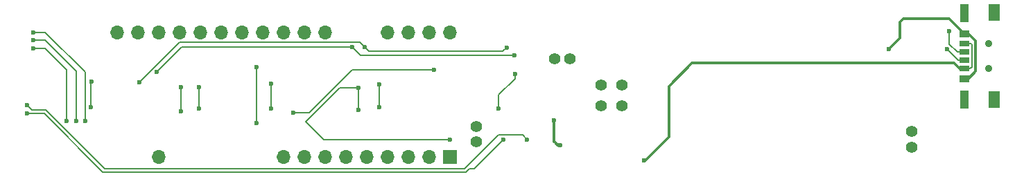
<source format=gbr>
%TF.GenerationSoftware,KiCad,Pcbnew,9.0.3*%
%TF.CreationDate,2025-07-16T22:21:56-04:00*%
%TF.ProjectId,ADBv2,41444276-322e-46b6-9963-61645f706362,rev?*%
%TF.SameCoordinates,Original*%
%TF.FileFunction,Copper,L2,Bot*%
%TF.FilePolarity,Positive*%
%FSLAX46Y46*%
G04 Gerber Fmt 4.6, Leading zero omitted, Abs format (unit mm)*
G04 Created by KiCad (PCBNEW 9.0.3) date 2025-07-16 22:21:56*
%MOMM*%
%LPD*%
G01*
G04 APERTURE LIST*
%TA.AperFunction,ComponentPad*%
%ADD10O,1.700000X1.700000*%
%TD*%
%TA.AperFunction,ComponentPad*%
%ADD11C,1.400000*%
%TD*%
%TA.AperFunction,ComponentPad*%
%ADD12C,1.397000*%
%TD*%
%TA.AperFunction,ComponentPad*%
%ADD13C,0.900000*%
%TD*%
%TA.AperFunction,ComponentPad*%
%ADD14R,1.700000X1.700000*%
%TD*%
%TA.AperFunction,SMDPad,CuDef*%
%ADD15R,1.400000X2.000000*%
%TD*%
%TA.AperFunction,SMDPad,CuDef*%
%ADD16R,1.000000X2.200000*%
%TD*%
%TA.AperFunction,SMDPad,CuDef*%
%ADD17R,1.300000X0.700000*%
%TD*%
%TA.AperFunction,SMDPad,CuDef*%
%ADD18R,1.300000X0.800000*%
%TD*%
%TA.AperFunction,SMDPad,CuDef*%
%ADD19R,1.300000X0.900000*%
%TD*%
%TA.AperFunction,ViaPad*%
%ADD20C,0.600000*%
%TD*%
%TA.AperFunction,Conductor*%
%ADD21C,0.200000*%
%TD*%
%TA.AperFunction,Conductor*%
%ADD22C,0.300000*%
%TD*%
G04 APERTURE END LIST*
D10*
%TO.P,J2,1,R2*%
%TO.N,Net-(J2-R2)*%
X165100000Y-99000000D03*
%TO.P,J2,2,R1*%
%TO.N,Net-(J2-R1)*%
X162560000Y-99000000D03*
%TO.P,J2,3,OPTION*%
%TO.N,Net-(J2-OPTION)*%
X160020001Y-99000000D03*
%TO.P,J2,4,COMMAND*%
%TO.N,Net-(J2-COMMAND)*%
X157480000Y-99000000D03*
%TO.P,J2,7,R4*%
%TO.N,Net-(J2-R4)*%
X149860000Y-99000000D03*
%TO.P,J2,8,R5*%
%TO.N,Net-(J2-R5)*%
X147319999Y-99000000D03*
%TO.P,J2,9,R6*%
%TO.N,Net-(J2-R6)*%
X144780000Y-99000000D03*
%TO.P,J2,10,R7*%
%TO.N,Net-(J2-R7)*%
X142240000Y-99000000D03*
%TO.P,J2,11,R0*%
%TO.N,Net-(J2-R0)*%
X139700000Y-99000000D03*
%TO.P,J2,12,R8*%
%TO.N,Net-(J2-R8)*%
X137160001Y-99000000D03*
%TO.P,J2,13,R3*%
%TO.N,Net-(J2-R3)*%
X134620000Y-99000000D03*
%TO.P,J2,14,R9*%
%TO.N,Net-(J2-R9)*%
X132080000Y-99000000D03*
%TO.P,J2,15,POWER*%
%TO.N,Net-(J2-POWER)*%
X129540000Y-99000000D03*
%TO.P,J2,16,CONTROL*%
%TO.N,Net-(J2-CONTROL)*%
X127000001Y-99000000D03*
%TO.P,J2,17,SHIFT*%
%TO.N,Net-(J2-SHIFT)*%
X124459999Y-99000000D03*
%TD*%
D11*
%TO.P,J4,1,Pin_1*%
%TO.N,Net-(J4-Pin_1)*%
X221520000Y-111130000D03*
%TO.P,J4,2,Pin_2*%
%TO.N,Net-(J4-Pin_2)*%
X221520000Y-113130000D03*
%TD*%
D12*
%TO.P,XIAO1,15,A31_SWDIO*%
%TO.N,unconnected-(XIAO1-A31_SWDIO-Pad15)*%
X186143400Y-105455000D03*
%TO.P,XIAO1,16,A30_SWCLK*%
%TO.N,unconnected-(XIAO1-A30_SWCLK-Pad16)*%
X186143400Y-107995000D03*
%TO.P,XIAO1,17,RESET*%
%TO.N,unconnected-(XIAO1-RESET-Pad17)*%
X183603400Y-105454999D03*
%TO.P,XIAO1,18,GND*%
%TO.N,unconnected-(XIAO1-GND-Pad18)*%
X183603400Y-107995001D03*
%TO.P,XIAO1,19,BAT*%
%TO.N,Net-(J4-Pin_1)*%
X177888400Y-102280000D03*
%TO.P,XIAO1,20,GND*%
%TO.N,Net-(R5-Pad2)*%
X179793400Y-102280000D03*
%TO.P,XIAO1,21,NFC1/0.09_H*%
%TO.N,unconnected-(XIAO1-NFC1{slash}0.09_H-Pad21)*%
X168363400Y-110535000D03*
%TO.P,XIAO1,22,NFC2/0.10_H*%
%TO.N,unconnected-(XIAO1-NFC2{slash}0.10_H-Pad22)*%
X168363400Y-112440000D03*
%TD*%
D13*
%TO.P,SW1,*%
%TO.N,*%
X230920000Y-103420000D03*
X230920000Y-100420000D03*
%TD*%
D14*
%TO.P,J3,1,GROUND*%
%TO.N,GND*%
X165100000Y-114300000D03*
D10*
%TO.P,J3,2,C0*%
%TO.N,Net-(J3-C0)*%
X162560000Y-114300000D03*
%TO.P,J3,3,C1*%
%TO.N,Net-(J3-C1)*%
X160020001Y-114300000D03*
%TO.P,J3,4,C2*%
%TO.N,Net-(J3-C2)*%
X157480000Y-114300000D03*
%TO.P,J3,5,C3*%
%TO.N,Net-(J3-C3)*%
X154940000Y-114300000D03*
%TO.P,J3,6,C4*%
%TO.N,Net-(J3-C4)*%
X152400000Y-114300000D03*
%TO.P,J3,7,C5*%
%TO.N,Net-(J3-C5)*%
X149860000Y-114300000D03*
%TO.P,J3,8,C6*%
%TO.N,Net-(J3-C6)*%
X147319999Y-114300000D03*
%TO.P,J3,9,C7*%
%TO.N,Net-(J3-C7)*%
X144780000Y-114300000D03*
%TO.P,J3,15,CAPSLOCK*%
%TO.N,Net-(J3-CAPSLOCK)*%
X129540000Y-114300000D03*
%TD*%
D15*
%TO.P,USB1,7,EH*%
%TO.N,unconnected-(USB1-EH-Pad7)*%
X231570000Y-96620000D03*
D16*
X227980000Y-96670000D03*
X227980000Y-107210000D03*
D15*
X231570000Y-107260000D03*
D17*
%TO.P,USB1,A5,CC1*%
%TO.N,Net-(USB1-CC1)*%
X227930000Y-101440000D03*
D18*
%TO.P,USB1,A9,VBUS*%
%TO.N,Net-(XIAO1-5V)*%
X227930000Y-103460000D03*
D19*
%TO.P,USB1,A12,GND*%
%TO.N,Net-(R5-Pad2)*%
X227930000Y-104690000D03*
D17*
%TO.P,USB1,B5,CC2*%
%TO.N,Net-(USB1-CC2)*%
X227930000Y-102440000D03*
D18*
%TO.P,USB1,B9,VBUS*%
%TO.N,Net-(XIAO1-5V)*%
X227930000Y-100420000D03*
D19*
%TO.P,USB1,B12,GND*%
%TO.N,Net-(R5-Pad2)*%
X227930000Y-99190000D03*
%TD*%
D20*
%TO.N,GND*%
X153924000Y-108483400D03*
X153924000Y-105841800D03*
X165100000Y-112141000D03*
X132232400Y-105740200D03*
X132232400Y-108686600D03*
%TO.N,VCC*%
X134480000Y-108340000D03*
X121320000Y-105080000D03*
X143256000Y-108305600D03*
X143270000Y-105280000D03*
X177830000Y-109790000D03*
X156514800Y-108190000D03*
X121300000Y-108200000D03*
X134493000Y-105714800D03*
X178610000Y-112830000D03*
X156514800Y-105410000D03*
%TO.N,MOSI*%
X113470000Y-107950000D03*
X174540000Y-112120000D03*
%TO.N,SCK*%
X113450000Y-108960000D03*
X171620000Y-112150000D03*
%TO.N,Net-(J2-R7)*%
X141478000Y-110083600D03*
X141478000Y-103276400D03*
%TO.N,Net-(U1-SDA)*%
X172975000Y-101825000D03*
X129286000Y-103886000D03*
X153162000Y-100838000D03*
%TO.N,Net-(U1-SCK)*%
X154686000Y-100838000D03*
X172025000Y-100900000D03*
X127203200Y-105105200D03*
%TO.N,Net-(U2-GPA1)*%
X114200000Y-100000000D03*
X119500000Y-109900000D03*
%TO.N,Net-(U2-GPA2)*%
X118300000Y-109900000D03*
X114200000Y-101000000D03*
%TO.N,Net-(U2-GPA0)*%
X120600000Y-109900000D03*
X114200000Y-99000000D03*
%TO.N,Net-(USB1-CC2)*%
X225814516Y-101073046D03*
%TO.N,Net-(R5-Pad2)*%
X218680000Y-101100000D03*
%TO.N,Net-(USB1-CC1)*%
X226120000Y-98870000D03*
%TO.N,Net-(U1-INTA)*%
X171080000Y-108370000D03*
X173067540Y-104127391D03*
%TO.N,Net-(U2-INTA)*%
X163150000Y-103590000D03*
X146000000Y-108890000D03*
%TO.N,Net-(XIAO1-5V)*%
X188860000Y-114730000D03*
%TD*%
D21*
%TO.N,GND*%
X147523200Y-109982000D02*
X151663400Y-105841800D01*
X165100000Y-112141000D02*
X149682200Y-112141000D01*
X151663400Y-105841800D02*
X153924000Y-105841800D01*
X153924000Y-105841800D02*
X153924000Y-105892600D01*
X132232400Y-108686600D02*
X132232400Y-105740200D01*
X153924000Y-108483400D02*
X153924000Y-105841800D01*
X149682200Y-112141000D02*
X147523200Y-109982000D01*
X132232400Y-105740200D02*
X132232400Y-105892600D01*
%TO.N,VCC*%
X143281400Y-108305600D02*
X143256000Y-108305600D01*
X134493000Y-108327000D02*
X134480000Y-108340000D01*
X156514800Y-105410000D02*
X156514800Y-108190000D01*
X143256000Y-105294000D02*
X143270000Y-105280000D01*
X143256000Y-106603800D02*
X143256000Y-105294000D01*
X121300000Y-105060000D02*
X121320000Y-105080000D01*
X134493000Y-105714800D02*
X134493000Y-108327000D01*
X121300000Y-108200000D02*
X121296000Y-108204000D01*
X143270000Y-105280000D02*
X143256000Y-105266000D01*
X121300000Y-105100000D02*
X121300000Y-108200000D01*
D22*
X177830000Y-112390000D02*
X177960000Y-112520000D01*
X178280000Y-112840000D02*
X178610000Y-112830000D01*
X177960000Y-112520000D02*
X178280000Y-112840000D01*
D21*
X143256000Y-108280200D02*
X143256000Y-108280200D01*
X121320000Y-105080000D02*
X121300000Y-105100000D01*
X143281400Y-108305600D02*
X143281400Y-108305600D01*
D22*
X177830000Y-109790000D02*
X177830000Y-112390000D01*
X178610000Y-112830000D02*
X178610000Y-112840000D01*
D21*
X143256000Y-108280200D02*
X143256000Y-106603800D01*
X143256000Y-108305600D02*
X143256000Y-108280200D01*
%TO.N,MOSI*%
X171080000Y-111550000D02*
X166916949Y-115713051D01*
X115740000Y-108530000D02*
X114050000Y-108530000D01*
X122923051Y-115713051D02*
X115740000Y-108530000D01*
X166916949Y-115713051D02*
X122923051Y-115713051D01*
X113470000Y-107950000D02*
X113480000Y-107960000D01*
X174540000Y-112120000D02*
X173970000Y-111550000D01*
X173970000Y-111550000D02*
X171080000Y-111550000D01*
X114050000Y-108530000D02*
X113470000Y-107950000D01*
%TO.N,SCK*%
X113450000Y-108960000D02*
X113450000Y-108920000D01*
X167530000Y-115680000D02*
X167096949Y-116113051D01*
X115560000Y-108960000D02*
X113490000Y-108960000D01*
X113450000Y-108920000D02*
X113490000Y-108960000D01*
X167096949Y-116113051D02*
X122713051Y-116113051D01*
X113490000Y-108960000D02*
X113450000Y-108960000D01*
X171620000Y-112150000D02*
X168090000Y-115680000D01*
X168090000Y-115680000D02*
X167530000Y-115680000D01*
X122713051Y-116113051D02*
X115560000Y-108960000D01*
%TO.N,Net-(J2-R7)*%
X141478000Y-110083600D02*
X141478000Y-103276400D01*
%TO.N,Net-(U1-SDA)*%
X154178000Y-101854000D02*
X172946000Y-101854000D01*
X172946000Y-101854000D02*
X172975000Y-101825000D01*
X129286000Y-103886000D02*
X129286000Y-103870929D01*
X129286000Y-103870929D02*
X132318929Y-100838000D01*
X153162000Y-100838000D02*
X154178000Y-101854000D01*
X132318929Y-100838000D02*
X153162000Y-100838000D01*
%TO.N,Net-(U1-SCK)*%
X155194000Y-101346000D02*
X171579000Y-101346000D01*
X171579000Y-101346000D02*
X172025000Y-100900000D01*
X127203200Y-105105200D02*
X127152400Y-105105200D01*
X154686000Y-100838000D02*
X154086000Y-100238000D01*
X154686000Y-100838000D02*
X155194000Y-101346000D01*
X132070400Y-100238000D02*
X127203200Y-105105200D01*
X154086000Y-100238000D02*
X132070400Y-100238000D01*
%TO.N,Net-(U2-GPA1)*%
X119500000Y-109900000D02*
X119500000Y-103800000D01*
X114200000Y-100000000D02*
X114300000Y-100000000D01*
X115700000Y-100000000D02*
X114200000Y-100000000D01*
X119500000Y-103800000D02*
X115700000Y-100000000D01*
%TO.N,Net-(U2-GPA2)*%
X114200000Y-101000000D02*
X114300000Y-101000000D01*
X118300000Y-103600000D02*
X115700000Y-101000000D01*
X118300000Y-109900000D02*
X118300000Y-103600000D01*
X115700000Y-101000000D02*
X114200000Y-101000000D01*
%TO.N,Net-(U2-GPA0)*%
X120600000Y-103900000D02*
X115700000Y-99000000D01*
X114200000Y-99000000D02*
X114300000Y-99000000D01*
X120600000Y-109900000D02*
X120600000Y-103900000D01*
X115700000Y-99000000D02*
X114200000Y-99000000D01*
%TO.N,Net-(USB1-CC2)*%
X227181470Y-102440000D02*
X227930000Y-102440000D01*
X225814516Y-101073046D02*
X225814516Y-101074516D01*
X225814516Y-101073046D02*
X227181470Y-102440000D01*
D22*
%TO.N,Net-(R5-Pad2)*%
X220070000Y-97790000D02*
X220497000Y-97363000D01*
X229330000Y-100070000D02*
X229330000Y-103800000D01*
X220497000Y-97363000D02*
X226103000Y-97363000D01*
X220070000Y-99710000D02*
X220070000Y-97790000D01*
X228440000Y-104690000D02*
X227930000Y-104690000D01*
X218680000Y-101060000D02*
X218680000Y-101100000D01*
X228450000Y-99190000D02*
X229330000Y-100070000D01*
X226103000Y-97363000D02*
X227930000Y-99190000D01*
X218680000Y-101100000D02*
X220070000Y-99710000D01*
X218680000Y-101100000D02*
X218640000Y-101100000D01*
X229330000Y-103800000D02*
X228440000Y-104690000D01*
X218640000Y-101100000D02*
X218680000Y-101060000D01*
X227930000Y-99190000D02*
X228450000Y-99190000D01*
D21*
%TO.N,Net-(USB1-CC1)*%
X226120000Y-98870000D02*
X226120000Y-100480000D01*
X226120000Y-100480000D02*
X227080000Y-101440000D01*
X227080000Y-101440000D02*
X227930000Y-101440000D01*
X226120000Y-98870000D02*
X226100000Y-98900000D01*
%TO.N,Net-(U1-INTA)*%
X171080000Y-106660000D02*
X171080000Y-108370000D01*
X173067540Y-104672460D02*
X171080000Y-106660000D01*
X173067540Y-104127391D02*
X173067540Y-104672460D01*
%TO.N,Net-(U2-INTA)*%
X153200000Y-103590000D02*
X163150000Y-103590000D01*
X147990000Y-108800000D02*
X153200000Y-103590000D01*
X147900000Y-108890000D02*
X147990000Y-108800000D01*
X146000000Y-108890000D02*
X147900000Y-108890000D01*
D22*
%TO.N,Net-(XIAO1-5V)*%
X188980000Y-114730000D02*
X188860000Y-114730000D01*
X194690000Y-102790000D02*
X191860000Y-105620000D01*
D21*
X228880000Y-100520000D02*
X228880000Y-103230000D01*
X228650000Y-103460000D02*
X227930000Y-103460000D01*
X227930000Y-100420000D02*
X228780000Y-100420000D01*
D22*
X227930000Y-103460000D02*
X227310000Y-103460000D01*
D21*
X228780000Y-100420000D02*
X228880000Y-100520000D01*
D22*
X191860000Y-105620000D02*
X191860000Y-111850000D01*
X191860000Y-111850000D02*
X188980000Y-114730000D01*
X227310000Y-103460000D02*
X226640000Y-102790000D01*
D21*
X228880000Y-103230000D02*
X228650000Y-103460000D01*
D22*
X226640000Y-102790000D02*
X194690000Y-102790000D01*
%TD*%
M02*

</source>
